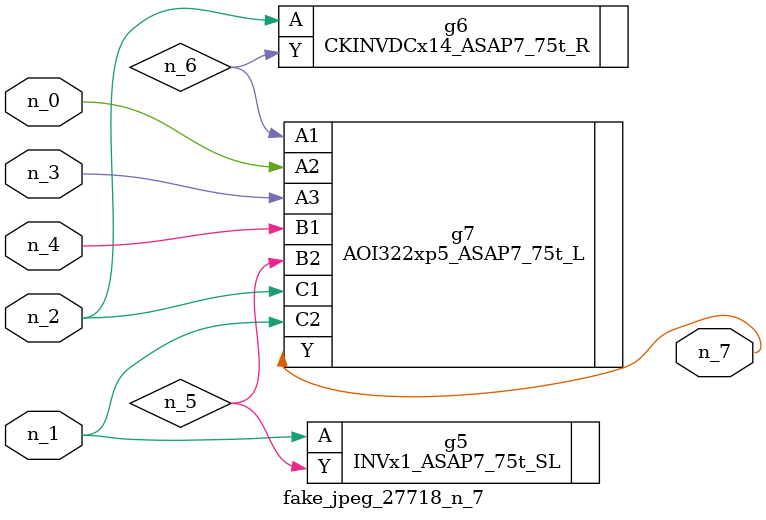
<source format=v>
module fake_jpeg_27718_n_7 (n_3, n_2, n_1, n_0, n_4, n_7);

input n_3;
input n_2;
input n_1;
input n_0;
input n_4;

output n_7;

wire n_6;
wire n_5;

INVx1_ASAP7_75t_SL g5 ( 
.A(n_1),
.Y(n_5)
);

CKINVDCx14_ASAP7_75t_R g6 ( 
.A(n_2),
.Y(n_6)
);

AOI322xp5_ASAP7_75t_L g7 ( 
.A1(n_6),
.A2(n_0),
.A3(n_3),
.B1(n_4),
.B2(n_5),
.C1(n_2),
.C2(n_1),
.Y(n_7)
);


endmodule
</source>
